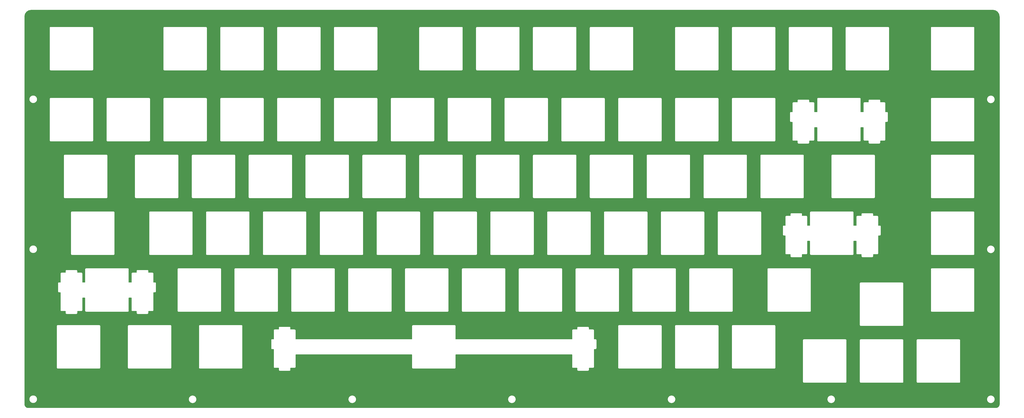
<source format=gbl>
G04 Layer: BottomLayer*
G04 EasyEDA Pro v2.1.51.8c9149c1.e57db4, 2024-03-19 08:48:05*
G04 Gerber Generator version 0.3*
G04 Scale: 100 percent, Rotated: No, Reflected: No*
G04 Dimensions in millimeters*
G04 Leading zeros omitted, absolute positions, 3 integers and 5 decimals*
%FSLAX35Y35*%
%MOMM*%
%ADD8191C,0.2032*%
G75*


G04 Copper Start*
G36*
G01X158227Y-13384869D02*
G02X44041Y-13270684I0J114186D01*
G01Y-261100D01*
G01Y-261099D01*
G02X258227Y-46914I214186J-0D01*
G01X32492899D01*
G02X32707085Y-261099I0J-214185D01*
G01Y-13270684D01*
G02X32592899Y-13384869I-114186J0D01*
G01X158227D01*
G37*
%LPC*%
G36*
G01X18555349Y-12116898D02*
G03X18591163Y-12152712I35814J0D01*
G01X18921285D01*
G01X18921286D01*
G03X18957100Y-12116898I0J35814D01*
G01Y-12054588D01*
G01X19093797D01*
G03X19129611Y-12018774I0J35814D01*
G01Y-11427541D01*
G01X19176203D01*
G03X19212017Y-11391727I0J35814D01*
G01Y-11111828D01*
G03X19176203Y-11076014I-35814J0D01*
G01X19129611D01*
G01Y-10788785D01*
G03X19093797Y-10752971I-35814J0D01*
G01X18957100D01*
G01Y-10696729D01*
G03X18921286Y-10660915I-35814J0D01*
G01X18921285D01*
G01X18591163D01*
G03X18555349Y-10696729I0J-35814D01*
G01Y-10752971D01*
G01X18418651D01*
G03X18382837Y-10788785I0J-35814D01*
G01Y-11076014D01*
G01X14491790D01*
G01Y-10641745D01*
G03X14455976Y-10605931I-35814J0D01*
G01X13055778D01*
G03X13019964Y-10641745I0J-35814D01*
G01Y-11076014D01*
G01X9128927D01*
G01Y-10788785D01*
G03X9093113Y-10752971I-35814J0D01*
G01X8956365D01*
G01Y-10696729D01*
G03X8920551Y-10660915I-35814J0D01*
G01X8590468D01*
G03X8554654Y-10696729I0J-35814D01*
G01Y-10752971D01*
G01X8417956D01*
G03X8382142Y-10788785I0J-35814D01*
G01Y-11076014D01*
G01X8335541D01*
G03X8299727Y-11111828I0J-35814D01*
G01Y-11391727D01*
G03X8335541Y-11427541I35814J0D01*
G01X8382142D01*
G01Y-12018774D01*
G03X8417956Y-12054588I35814J0D01*
G01X8554654D01*
G01Y-12116898D01*
G03X8590468Y-12152712I35814J0D01*
G01X8920551D01*
G03X8956365Y-12116898I0J35814D01*
G01Y-12054588D01*
G01X9093113D01*
G03X9128927Y-12018774I0J35814D01*
G01Y-11607664D01*
G01X13019964D01*
G01Y-12041790D01*
G03X13055778Y-12077604I35814J0D01*
G01X14455976D01*
G03X14491790Y-12041790I0J35814D01*
G01Y-11607664D01*
G01X18382837D01*
G01Y-12018774D01*
G03X18418651Y-12054588I35814J0D01*
G01X18555349D01*
G01Y-12116898D01*
G37*
G36*
G01X25938961Y-4496358D02*
G03X25974775Y-4532172I35814J0D01*
G01X26304898D01*
G03X26340712Y-4496358I0J35814D01*
G01Y-4434055D01*
G01X26477410D01*
G03X26513224Y-4398241I0J35814D01*
G01Y-3987124D01*
G01X26594207D01*
G01Y-4421243D01*
G03X26630021Y-4457057I35814J0D01*
G01X28030018D01*
G03X28065832Y-4421243I0J35814D01*
G01Y-3987124D01*
G01X28146815D01*
G01Y-4398241D01*
G03X28182629Y-4434055I35814J0D01*
G01X28319327D01*
G01Y-4496358D01*
G03X28355141Y-4532172I35814J0D01*
G01X28685063D01*
G03X28720877Y-4496358I0J35814D01*
G01Y-4434055D01*
G01X28857576D01*
G03X28893390Y-4398241I0J35814D01*
G01Y-3807022D01*
G01X28940181D01*
G03X28975995Y-3771208I0J35814D01*
G01Y-3491299D01*
G03X28940181Y-3455485I-35814J0D01*
G01X28893390D01*
G01Y-3168266D01*
G03X28857576Y-3132452I-35814J0D01*
G01X28720877D01*
G01Y-3076190D01*
G03X28685063Y-3040376I-35814J0D01*
G01X28355141D01*
G03X28319327Y-3076190I0J-35814D01*
G01Y-3132452D01*
G01X28182629D01*
G03X28146815Y-3168266I0J-35814D01*
G01Y-3455485D01*
G01X28065832D01*
G01Y-3021226D01*
G03X28030018Y-2985412I-35814J0D01*
G01X26630021D01*
G03X26594207Y-3021226I0J-35814D01*
G01Y-3455485D01*
G01X26513224D01*
G01Y-3168266D01*
G03X26477410Y-3132452I-35814J0D01*
G01X26340712D01*
G01Y-3076190D01*
G03X26304898Y-3040376I-35814J0D01*
G01X25974775D01*
G03X25938961Y-3076190I0J-35814D01*
G01Y-3132452D01*
G01X25802463D01*
G03X25766649Y-3168266I0J-35814D01*
G01Y-3455485D01*
G01X25719858D01*
G03X25684044Y-3491299I0J-35814D01*
G01Y-3771208D01*
G03X25719858Y-3807022I35814J0D01*
G01X25766649D01*
G01Y-4398241D01*
G03X25802463Y-4434055I35814J0D01*
G01X25938961D01*
G01Y-4496358D01*
G37*
G36*
G01X1410567Y-10211765D02*
G03X1446381Y-10247579I35814J0D01*
G01X1776305D01*
G03X1812119Y-10211765I0J35814D01*
G01Y-10149452D01*
G01X1948847D01*
G03X1984661Y-10113638I0J35814D01*
G01Y-9702531D01*
G01X2065594D01*
G01Y-10136660D01*
G03X2101408Y-10172474I35814J0D01*
G01X3501455D01*
G03X3537269Y-10136660I0J35814D01*
G01Y-9702531D01*
G01X3618202D01*
G01Y-10113638D01*
G03X3654016Y-10149452I35814J0D01*
G01X3790604D01*
G01Y-10211765D01*
G03X3826418Y-10247579I35814J0D01*
G01X4156481D01*
G03X4192295Y-10211765I0J35814D01*
G01Y-10149452D01*
G01X4329012D01*
G03X4364826Y-10113638I0J35814D01*
G01Y-9522409D01*
G01X4411568D01*
G03X4447382Y-9486595I0J35814D01*
G01Y-9206695D01*
G03X4411568Y-9170881I-35814J0D01*
G01X4364826D01*
G01Y-8883663D01*
G03X4329012Y-8847849I-35814J0D01*
G01X4192295D01*
G01Y-8791586D01*
G03X4156481Y-8755772I-35814J0D01*
G01X3826418D01*
G03X3790604Y-8791586I0J-35814D01*
G01Y-8847849D01*
G01X3654016D01*
G03X3618202Y-8883663I0J-35814D01*
G01Y-9170881D01*
G01X3537269D01*
G01Y-8736623D01*
G03X3501455Y-8700809I-35814J0D01*
G01X2101408D01*
G03X2065594Y-8736623I0J-35814D01*
G01Y-9170881D01*
G01X1984661D01*
G01Y-8883663D01*
G03X1948847Y-8847849I-35814J0D01*
G01X1812119D01*
G01Y-8791586D01*
G03X1776305Y-8755772I-35814J0D01*
G01X1446381D01*
G03X1410567Y-8791586I0J-35814D01*
G01Y-8847849D01*
G01X1273840D01*
G03X1238026Y-8883663I0J-35814D01*
G01Y-9170881D01*
G01X1191288D01*
G03X1155474Y-9206695I0J-35814D01*
G01Y-9486595D01*
G03X1191288Y-9522409I35814J0D01*
G01X1238026D01*
G01Y-10113638D01*
G03X1273840Y-10149452I35814J0D01*
G01X1410567D01*
G01Y-10211765D01*
G37*
G36*
G01X25700845Y-8306623D02*
G03X25736659Y-8342437I35814J0D01*
G01X26066582D01*
G03X26102396Y-8306623I0J35814D01*
G01Y-8244320D01*
G01X26239294D01*
G03X26275108Y-8208506I0J35814D01*
G01Y-7797389D01*
G01X26355890D01*
G01Y-8231508D01*
G03X26391704Y-8267322I35814J0D01*
G01X27791901D01*
G03X27827715Y-8231508I0J35814D01*
G01Y-7797389D01*
G01X27908498D01*
G01Y-8208506D01*
G03X27944312Y-8244320I35814J0D01*
G01X28081010D01*
G01Y-8306623D01*
G03X28116824Y-8342437I35814J0D01*
G01X28446947D01*
G03X28482761Y-8306623I0J35814D01*
G01Y-8244320D01*
G01X28619459D01*
G03X28655273Y-8208506I0J35814D01*
G01Y-7617287D01*
G01X28701865D01*
G03X28737679Y-7581473I0J35814D01*
G01Y-7301563D01*
G03X28701865Y-7265749I-35814J0D01*
G01X28655273D01*
G01Y-6978531D01*
G03X28619459Y-6942717I-35814J0D01*
G01X28482761D01*
G01Y-6886454D01*
G03X28446947Y-6850640I-35814J0D01*
G01X28116824D01*
G03X28081010Y-6886454I0J-35814D01*
G01Y-6942717D01*
G01X27944312D01*
G03X27908498Y-6978531I0J-35814D01*
G01Y-7265749D01*
G01X27827715D01*
G01Y-6831491D01*
G03X27791901Y-6795677I-35814J0D01*
G01X26391704D01*
G03X26355890Y-6831491I0J-35814D01*
G01Y-7265749D01*
G01X26275108D01*
G01Y-6978531D01*
G03X26239294Y-6942717I-35814J0D01*
G01X26102396D01*
G01Y-6886454D01*
G03X26066582Y-6850640I-35814J0D01*
G01X25736659D01*
G03X25700845Y-6886454I0J-35814D01*
G01Y-6942717D01*
G01X25564147D01*
G03X25528333Y-6978531I0J-35814D01*
G01Y-7265749D01*
G01X25481741D01*
G03X25445927Y-7301563I0J-35814D01*
G01Y-7581473D01*
G03X25481741Y-7617287I35814J0D01*
G01X25528333D01*
G01Y-8208506D01*
G03X25564147Y-8244320I35814J0D01*
G01X25700845D01*
G01Y-8306623D01*
G37*
G36*
G01X3494303Y-12041790D02*
G03X3530117Y-12077604I35814J0D01*
G01X4930294D01*
G03X4966108Y-12041790I0J35814D01*
G01Y-10641745D01*
G03X4930294Y-10605931I-35814J0D01*
G01X3530117D01*
G03X3494303Y-10641745I0J-35814D01*
G01Y-12041790D01*
G37*
G36*
G01X12305515Y-4421243D02*
G03X12341329Y-4457057I35814J0D01*
G01X13741526D01*
G03X13777340Y-4421243I0J35814D01*
G01Y-3021226D01*
G03X13741526Y-2985412I-35814J0D01*
G01X12341329D01*
G03X12305515Y-3021226I0J-35814D01*
G01Y-4421243D01*
G37*
G36*
G01X3025172Y-8267322D02*
G03X3060986Y-8231508I0J35814D01*
G01Y-6831491D01*
G03X3025172Y-6795677I-35814J0D01*
G01X1624988D01*
G03X1589174Y-6831491I0J-35814D01*
G01Y-8231508D01*
G03X1624988Y-8267322I35814J0D01*
G01X3025172D01*
G37*
G36*
G01X11836394Y-4457057D02*
G03X11872208Y-4421243I0J35814D01*
G01Y-3021226D01*
G03X11836394Y-2985412I-35814J0D01*
G01X10436227D01*
G03X10400413Y-3021226I0J-35814D01*
G01Y-4421243D01*
G03X10436227Y-4457057I35814J0D01*
G01X11836394D01*
G37*
G36*
G01X10400413Y-2039848D02*
G03X10436227Y-2075662I35814J0D01*
G01X11836394D01*
G03X11872208Y-2039848I0J35814D01*
G01Y-639851D01*
G03X11836394Y-604037I-35814J0D01*
G01X10436227D01*
G03X10400413Y-639851I0J-35814D01*
G01Y-2039848D01*
G37*
G36*
G01X26117874Y-12518072D02*
G03X26153688Y-12553886I35814J0D01*
G01X27553785D01*
G03X27589599Y-12518072I0J35814D01*
G01Y-11118028D01*
G03X27553785Y-11082214I-35814J0D01*
G01X26153688D01*
G03X26117874Y-11118028I0J-35814D01*
G01Y-12518072D01*
G37*
G36*
G01X28023006Y-12518072D02*
G03X28058820Y-12553886I35814J0D01*
G01X29458917D01*
G03X29494731Y-12518072I0J35814D01*
G01Y-11118028D01*
G03X29458917Y-11082214I-35814J0D01*
G01X28058820D01*
G03X28023006Y-11118028I0J-35814D01*
G01Y-12518072D01*
G37*
G36*
G01X29928138Y-12518072D02*
G03X29963952Y-12553886I35814J0D01*
G01X31364049D01*
G03X31399863Y-12518072I0J35814D01*
G01Y-11118028D01*
G03X31364049Y-11082214I-35814J0D01*
G01X29963952D01*
G03X29928138Y-11118028I0J-35814D01*
G01Y-12518072D01*
G37*
G36*
G01X12781948Y-10136660D02*
G03X12817762Y-10172474I35814J0D01*
G01X14217859D01*
G03X14253673Y-10136660I0J35814D01*
G01Y-8736623D01*
G03X14217859Y-8700809I-35814J0D01*
G01X12817762D01*
G03X12781948Y-8736623I0J-35814D01*
G01Y-10136660D01*
G37*
G36*
G01X22307609Y-10136660D02*
G03X22343423Y-10172474I35814J0D01*
G01X23743520D01*
G03X23779334Y-10136660I0J35814D01*
G01Y-8736623D01*
G03X23743520Y-8700809I-35814J0D01*
G01X22343423D01*
G03X22307609Y-8736623I0J-35814D01*
G01Y-10136660D01*
G37*
G36*
G01X16122991Y-10172474D02*
G03X16158805Y-10136660I0J35814D01*
G01Y-8736623D01*
G03X16122991Y-8700809I-35814J0D01*
G01X14722894D01*
G03X14687080Y-8736623I0J-35814D01*
G01Y-10136660D01*
G03X14722894Y-10172474I35814J0D01*
G01X16122991D01*
G37*
G36*
G01X18028124Y-10172474D02*
G03X18063938Y-10136660I0J35814D01*
G01Y-8736623D01*
G03X18028124Y-8700809I-35814J0D01*
G01X16628026D01*
G03X16592212Y-8736623I0J-35814D01*
G01Y-10136660D01*
G03X16628026Y-10172474I35814J0D01*
G01X18028124D01*
G37*
G36*
G01X18497345Y-10136660D02*
G03X18533159Y-10172474I35814J0D01*
G01X19933256D01*
G03X19969070Y-10136660I0J35814D01*
G01Y-8736623D01*
G03X19933256Y-8700809I-35814J0D01*
G01X18533159D01*
G03X18497345Y-8736623I0J-35814D01*
G01Y-10136660D01*
G37*
G36*
G01X21838388Y-10172474D02*
G03X21874202Y-10136660I0J35814D01*
G01Y-8736623D01*
G03X21838388Y-8700809I-35814J0D01*
G01X20438291D01*
G03X20402477Y-8736623I0J-35814D01*
G01Y-10136660D01*
G03X20438291Y-10172474I35814J0D01*
G01X21838388D01*
G37*
G36*
G01X10876816Y-10136660D02*
G03X10912630Y-10172474I35814J0D01*
G01X12312727D01*
G03X12348541Y-10136660I0J35814D01*
G01Y-8736623D01*
G03X12312727Y-8700809I-35814J0D01*
G01X10912630D01*
G03X10876816Y-8736623I0J-35814D01*
G01Y-10136660D01*
G37*
G36*
G01X29458917Y-10648757D02*
G03X29494731Y-10612943I0J35814D01*
G01Y-9212906D01*
G03X29458917Y-9177092I-35814J0D01*
G01X28058820D01*
G03X28023006Y-9212906I0J-35814D01*
G01Y-10612943D01*
G03X28058820Y-10648757I35814J0D01*
G01X29458917D01*
G37*
G36*
G01X27070440Y-6326375D02*
G03X27106254Y-6362189I35814J0D01*
G01X28506351D01*
G03X28542165Y-6326375I0J35814D01*
G01Y-4926358D01*
G03X28506351Y-4890544I-35814J0D01*
G01X27106254D01*
G03X27070440Y-4926358I0J-35814D01*
G01Y-6326375D01*
G37*
G36*
G01X24696086Y-8267322D02*
G03X24731900Y-8231508I0J35814D01*
G01Y-6831491D01*
G03X24696086Y-6795677I-35814J0D01*
G01X23295989D01*
G03X23260175Y-6831491I0J-35814D01*
G01Y-8231508D01*
G03X23295989Y-8267322I35814J0D01*
G01X24696086D01*
G37*
G36*
G01X19449911Y-8231508D02*
G03X19485725Y-8267322I35814J0D01*
G01X20885822D01*
G03X20921636Y-8231508I0J35814D01*
G01Y-6831491D01*
G03X20885822Y-6795677I-35814J0D01*
G01X19485725D01*
G03X19449911Y-6831491I0J-35814D01*
G01Y-8231508D01*
G37*
G36*
G01X11829382Y-8231508D02*
G03X11865196Y-8267322I35814J0D01*
G01X13265293D01*
G03X13301107Y-8231508I0J35814D01*
G01Y-6831491D01*
G03X13265293Y-6795677I-35814J0D01*
G01X11865196D01*
G03X11829382Y-6831491I0J-35814D01*
G01Y-8231508D01*
G37*
G36*
G01X21355043Y-8231508D02*
G03X21390857Y-8267322I35814J0D01*
G01X22790954D01*
G03X22826768Y-8231508I0J35814D01*
G01Y-6831491D01*
G03X22790954Y-6795677I-35814J0D01*
G01X21390857D01*
G03X21355043Y-6831491I0J-35814D01*
G01Y-8231508D01*
G37*
G36*
G01X17544778Y-8231508D02*
G03X17580592Y-8267322I35814J0D01*
G01X18980690D01*
G03X19016504Y-8231508I0J35814D01*
G01Y-6831491D01*
G03X18980690Y-6795677I-35814J0D01*
G01X17580592D01*
G03X17544778Y-6831491I0J-35814D01*
G01Y-8231508D01*
G37*
G36*
G01X15639646Y-8231508D02*
G03X15675460Y-8267322I35814J0D01*
G01X17075557D01*
G03X17111371Y-8231508I0J35814D01*
G01Y-6831491D01*
G03X17075557Y-6795677I-35814J0D01*
G01X15675460D01*
G03X15639646Y-6831491I0J-35814D01*
G01Y-8231508D01*
G37*
G36*
G01X13734514Y-8231508D02*
G03X13770328Y-8267322I35814J0D01*
G01X15170425D01*
G03X15206239Y-8231508I0J35814D01*
G01Y-6831491D01*
G03X15170425Y-6795677I-35814J0D01*
G01X13770328D01*
G03X13734514Y-6831491I0J-35814D01*
G01Y-8231508D01*
G37*
G36*
G01X9924269Y-8231508D02*
G03X9960083Y-8267322I35814J0D01*
G01X11360161D01*
G03X11395975Y-8231508I0J35814D01*
G01Y-6831491D01*
G03X11360161Y-6795677I-35814J0D01*
G01X9960083D01*
G03X9924269Y-6831491I0J-35814D01*
G01Y-8231508D01*
G37*
G36*
G01X2548889Y-12077604D02*
G03X2584703Y-12041790I0J35814D01*
G01Y-10641745D01*
G03X2548889Y-10605931I-35814J0D01*
G01X1148843D01*
G03X1113029Y-10641745I0J-35814D01*
G01Y-12041790D01*
G03X1148843Y-12077604I35814J0D01*
G01X2548889D01*
G37*
G36*
G01X5875868Y-12041790D02*
G03X5911682Y-12077604I35814J0D01*
G01X7311710D01*
G03X7347524Y-12041790I0J35814D01*
G01Y-10641745D01*
G03X7311710Y-10605931I-35814J0D01*
G01X5911682D01*
G03X5875868Y-10641745I0J-35814D01*
G01Y-12041790D01*
G37*
G36*
G01X874886Y-4421243D02*
G03X910700Y-4457057I35814J0D01*
G01X2310753D01*
G03X2346567Y-4421243I0J35814D01*
G01Y-3021226D01*
G03X2310753Y-2985412I-35814J0D01*
G01X910700D01*
G03X874886Y-3021226I0J-35814D01*
G01Y-4421243D01*
G37*
G36*
G01X1351170Y-6326375D02*
G03X1386984Y-6362189I35814J0D01*
G01X2787036D01*
G03X2822850Y-6326375I0J35814D01*
G01Y-4926358D01*
G03X2787036Y-4890544I-35814J0D01*
G01X1386984D01*
G03X1351170Y-4926358I0J-35814D01*
G01Y-6326375D01*
G37*
G36*
G01X7066571Y-10136660D02*
G03X7102385Y-10172474I35814J0D01*
G01X8502412D01*
G03X8538226Y-10136660I0J35814D01*
G01Y-8736623D01*
G03X8502412Y-8700809I-35814J0D01*
G01X7102385D01*
G03X7066571Y-8736623I0J-35814D01*
G01Y-10136660D01*
G37*
G36*
G01X5161439Y-10136660D02*
G03X5197253Y-10172474I35814J0D01*
G01X6597280D01*
G03X6633094Y-10136660I0J35814D01*
G01Y-8736623D01*
G03X6597280Y-8700809I-35814J0D01*
G01X5197253D01*
G03X5161439Y-8736623I0J-35814D01*
G01Y-10136660D01*
G37*
G36*
G01X8971703Y-10136660D02*
G03X9007517Y-10172474I35814J0D01*
G01X10407545D01*
G03X10443359Y-10136660I0J35814D01*
G01Y-8736623D01*
G03X10407545Y-8700809I-35814J0D01*
G01X9007517D01*
G03X8971703Y-8736623I0J-35814D01*
G01Y-10136660D01*
G37*
G36*
G01X874886Y-2039848D02*
G03X910700Y-2075662I35814J0D01*
G01X2310753D01*
G03X2346567Y-2039848I0J35814D01*
G01Y-639851D01*
G03X2310753Y-604037I-35814J0D01*
G01X910700D01*
G03X874886Y-639851I0J-35814D01*
G01Y-2039848D01*
G37*
G36*
G01X9931262Y-4457057D02*
G03X9967076Y-4421243I0J35814D01*
G01Y-3021226D01*
G03X9931262Y-2985412I-35814J0D01*
G01X8531234D01*
G03X8495420Y-3021226I0J-35814D01*
G01Y-4421243D01*
G03X8531234Y-4457057I35814J0D01*
G01X9931262D01*
G37*
G36*
G01X7542854Y-6326375D02*
G03X7578668Y-6362189I35814J0D01*
G01X8978695D01*
G03X9014509Y-6326375I0J35814D01*
G01Y-4926358D01*
G03X8978695Y-4890544I-35814J0D01*
G01X7578668D01*
G03X7542854Y-4926358I0J-35814D01*
G01Y-6326375D01*
G37*
G36*
G01X9447986Y-6326375D02*
G03X9483800Y-6362189I35814J0D01*
G01X10883828D01*
G03X10919642Y-6326375I0J35814D01*
G01Y-4926358D01*
G03X10883828Y-4890544I-35814J0D01*
G01X9483800D01*
G03X9447986Y-4926358I0J-35814D01*
G01Y-6326375D01*
G37*
G36*
G01X3732590Y-6326375D02*
G03X3768404Y-6362189I35814J0D01*
G01X5168431D01*
G03X5204245Y-6326375I0J35814D01*
G01Y-4926358D01*
G03X5168431Y-4890544I-35814J0D01*
G01X3768404D01*
G03X3732590Y-4926358I0J-35814D01*
G01Y-6326375D01*
G37*
G36*
G01X5637722Y-6326375D02*
G03X5673536Y-6362189I35814J0D01*
G01X7073563D01*
G03X7109377Y-6326375I0J35814D01*
G01Y-4926358D01*
G03X7073563Y-4890544I-35814J0D01*
G01X5673536D01*
G03X5637722Y-4926358I0J-35814D01*
G01Y-6326375D01*
G37*
G36*
G01X8026129Y-4457057D02*
G03X8061943Y-4421243I0J35814D01*
G01Y-3021226D01*
G03X8026129Y-2985412I-35814J0D01*
G01X6626102D01*
G03X6590288Y-3021226I0J-35814D01*
G01Y-4421243D01*
G03X6626102Y-4457057I35814J0D01*
G01X8026129D01*
G37*
G36*
G01X4685156Y-4421243D02*
G03X4720970Y-4457057I35814J0D01*
G01X6120997D01*
G03X6156811Y-4421243I0J35814D01*
G01Y-3021226D01*
G03X6120997Y-2985412I-35814J0D01*
G01X4720970D01*
G03X4685156Y-3021226I0J-35814D01*
G01Y-4421243D01*
G37*
G36*
G01X2780023Y-4421243D02*
G03X2815837Y-4457057I35814J0D01*
G01X4215865D01*
G03X4251679Y-4421243I0J35814D01*
G01Y-3021226D01*
G03X4215865Y-2985412I-35814J0D01*
G01X2815837D01*
G03X2780023Y-3021226I0J-35814D01*
G01Y-4421243D01*
G37*
G36*
G01X9454978Y-8267322D02*
G03X9490792Y-8231508I0J35814D01*
G01Y-6831491D01*
G03X9454978Y-6795677I-35814J0D01*
G01X8054951D01*
G03X8019137Y-6831491I0J-35814D01*
G01Y-8231508D01*
G03X8054951Y-8267322I35814J0D01*
G01X9454978D01*
G37*
G36*
G01X6114005Y-8231508D02*
G03X6149819Y-8267322I35814J0D01*
G01X7549846D01*
G03X7585660Y-8231508I0J35814D01*
G01Y-6831491D01*
G03X7549846Y-6795677I-35814J0D01*
G01X6149819D01*
G03X6114005Y-6831491I0J-35814D01*
G01Y-8231508D01*
G37*
G36*
G01X4208873Y-8231508D02*
G03X4244687Y-8267322I35814J0D01*
G01X5644714D01*
G03X5680528Y-8231508I0J35814D01*
G01Y-6831491D01*
G03X5644714Y-6795677I-35814J0D01*
G01X4244687D01*
G03X4208873Y-6831491I0J-35814D01*
G01Y-8231508D01*
G37*
G36*
G01X21362055Y-12077604D02*
G03X21397869Y-12041790I0J35814D01*
G01Y-10641745D01*
G03X21362055Y-10605931I-35814J0D01*
G01X19962058D01*
G03X19926244Y-10641745I0J-35814D01*
G01Y-12041790D01*
G03X19962058Y-12077604I35814J0D01*
G01X21362055D01*
G37*
G36*
G01X23267187Y-12077604D02*
G03X23303001Y-12041790I0J35814D01*
G01Y-10641745D01*
G03X23267187Y-10605931I-35814J0D01*
G01X21867190D01*
G03X21831376Y-10641745I0J-35814D01*
G01Y-12041790D01*
G03X21867190Y-12077604I35814J0D01*
G01X23267187D01*
G37*
G36*
G01X23736508Y-12041790D02*
G03X23772322Y-12077604I35814J0D01*
G01X25172319D01*
G03X25208133Y-12041790I0J35814D01*
G01Y-10641745D01*
G03X25172319Y-10605931I-35814J0D01*
G01X23772322D01*
G03X23736508Y-10641745I0J-35814D01*
G01Y-12041790D01*
G37*
G36*
G01X30404471Y-10136660D02*
G03X30440285Y-10172474I35814J0D01*
G01X31840283D01*
G03X31876097Y-10136660I0J35814D01*
G01Y-8736623D01*
G03X31840283Y-8700809I-35814J0D01*
G01X30440285D01*
G03X30404471Y-8736623I0J-35814D01*
G01Y-10136660D01*
G37*
G36*
G01X24927191Y-10136660D02*
G03X24963005Y-10172474I35814J0D01*
G01X26363002D01*
G03X26398816Y-10136660I0J35814D01*
G01Y-8736623D01*
G03X26363002Y-8700809I-35814J0D01*
G01X24963005D01*
G03X24927191Y-8736623I0J-35814D01*
G01Y-10136660D01*
G37*
G36*
G01X8495420Y-2039848D02*
G03X8531234Y-2075662I35814J0D01*
G01X9931262D01*
G03X9967076Y-2039848I0J35814D01*
G01Y-639851D01*
G03X9931262Y-604037I-35814J0D01*
G01X8531234D01*
G03X8495420Y-639851I0J-35814D01*
G01Y-2039848D01*
G37*
G36*
G01X6590288Y-2039848D02*
G03X6626102Y-2075662I35814J0D01*
G01X8026129D01*
G03X8061943Y-2039848I0J35814D01*
G01Y-639851D01*
G03X8026129Y-604037I-35814J0D01*
G01X6626102D01*
G03X6590288Y-639851I0J-35814D01*
G01Y-2039848D01*
G37*
G36*
G01X4685156Y-2039848D02*
G03X4720970Y-2075662I35814J0D01*
G01X6120997D01*
G03X6156811Y-2039848I0J35814D01*
G01Y-639851D01*
G03X6120997Y-604037I-35814J0D01*
G01X4720970D01*
G03X4685156Y-639851I0J-35814D01*
G01Y-2039848D01*
G37*
G36*
G01X30404471Y-6326375D02*
G03X30440285Y-6362189I35814J0D01*
G01X31840283D01*
G03X31876097Y-6326375I0J35814D01*
G01Y-4926358D01*
G03X31840283Y-4890544I-35814J0D01*
G01X30440285D01*
G03X30404471Y-4926358I0J-35814D01*
G01Y-6326375D01*
G37*
G36*
G01X11353149Y-6326375D02*
G03X11388963Y-6362189I35814J0D01*
G01X12788960D01*
G03X12824774Y-6326375I0J35814D01*
G01Y-4926358D01*
G03X12788960Y-4890544I-35814J0D01*
G01X11388963D01*
G03X11353149Y-4926358I0J-35814D01*
G01Y-6326375D01*
G37*
G36*
G01X24689075Y-6326375D02*
G03X24724889Y-6362189I35814J0D01*
G01X26124886D01*
G03X26160700Y-6326375I0J35814D01*
G01Y-4926358D01*
G03X26124886Y-4890544I-35814J0D01*
G01X24724889D01*
G03X24689075Y-4926358I0J-35814D01*
G01Y-6326375D01*
G37*
G36*
G01X30404471Y-4421243D02*
G03X30440285Y-4457057I35814J0D01*
G01X31840283D01*
G03X31876097Y-4421243I0J35814D01*
G01Y-3021226D01*
G03X31840283Y-2985412I-35814J0D01*
G01X30440285D01*
G03X30404471Y-3021226I0J-35814D01*
G01Y-4421243D01*
G37*
G36*
G01X20878810Y-6326375D02*
G03X20914624Y-6362189I35814J0D01*
G01X22314621D01*
G03X22350435Y-6326375I0J35814D01*
G01Y-4926358D01*
G03X22314621Y-4890544I-35814J0D01*
G01X20914624D01*
G03X20878810Y-4926358I0J-35814D01*
G01Y-6326375D01*
G37*
G36*
G01X15163413Y-6326375D02*
G03X15199227Y-6362189I35814J0D01*
G01X16599224D01*
G03X16635038Y-6326375I0J35814D01*
G01Y-4926358D01*
G03X16599224Y-4890544I-35814J0D01*
G01X15199227D01*
G03X15163413Y-4926358I0J-35814D01*
G01Y-6326375D01*
G37*
G36*
G01X13258281Y-6326375D02*
G03X13294095Y-6362189I35814J0D01*
G01X14694092D01*
G03X14729906Y-6326375I0J35814D01*
G01Y-4926358D01*
G03X14694092Y-4890544I-35814J0D01*
G01X13294095D01*
G03X13258281Y-4926358I0J-35814D01*
G01Y-6326375D01*
G37*
G36*
G01X17068545Y-6326375D02*
G03X17104359Y-6362189I35814J0D01*
G01X18504357D01*
G03X18540171Y-6326375I0J35814D01*
G01Y-4926358D01*
G03X18504357Y-4890544I-35814J0D01*
G01X17104359D01*
G03X17068545Y-4926358I0J-35814D01*
G01Y-6326375D01*
G37*
G36*
G01X19926244Y-4421243D02*
G03X19962058Y-4457057I35814J0D01*
G01X21362055D01*
G03X21397869Y-4421243I0J35814D01*
G01Y-3021226D01*
G03X21362055Y-2985412I-35814J0D01*
G01X19962058D01*
G03X19926244Y-3021226I0J-35814D01*
G01Y-4421243D01*
G37*
G36*
G01X16115979Y-4421243D02*
G03X16151793Y-4457057I35814J0D01*
G01X17551790D01*
G03X17587604Y-4421243I0J35814D01*
G01Y-3021226D01*
G03X17551790Y-2985412I-35814J0D01*
G01X16151793D01*
G03X16115979Y-3021226I0J-35814D01*
G01Y-4421243D01*
G37*
G36*
G01X14210847Y-4421243D02*
G03X14246661Y-4457057I35814J0D01*
G01X15646658D01*
G03X15682472Y-4421243I0J35814D01*
G01Y-3021226D01*
G03X15646658Y-2985412I-35814J0D01*
G01X14246661D01*
G03X14210847Y-3021226I0J-35814D01*
G01Y-4421243D01*
G37*
G36*
G01X21831376Y-4421243D02*
G03X21867190Y-4457057I35814J0D01*
G01X23267187D01*
G03X23303001Y-4421243I0J35814D01*
G01Y-3021226D01*
G03X23267187Y-2985412I-35814J0D01*
G01X21867190D01*
G03X21831376Y-3021226I0J-35814D01*
G01Y-4421243D01*
G37*
G36*
G01X18973678Y-6326375D02*
G03X19009492Y-6362189I35814J0D01*
G01X20409489D01*
G03X20445303Y-6326375I0J35814D01*
G01Y-4926358D01*
G03X20409489Y-4890544I-35814J0D01*
G01X19009492D01*
G03X18973678Y-4926358I0J-35814D01*
G01Y-6326375D01*
G37*
G36*
G01X22783942Y-6326375D02*
G03X22819756Y-6362189I35814J0D01*
G01X24219753D01*
G03X24255567Y-6326375I0J35814D01*
G01Y-4926358D01*
G03X24219753Y-4890544I-35814J0D01*
G01X22819756D01*
G03X22783942Y-4926358I0J-35814D01*
G01Y-6326375D01*
G37*
G36*
G01X18021112Y-4421243D02*
G03X18056926Y-4457057I35814J0D01*
G01X19456923D01*
G03X19492737Y-4421243I0J35814D01*
G01Y-3021226D01*
G03X19456923Y-2985412I-35814J0D01*
G01X18056926D01*
G03X18021112Y-3021226I0J-35814D01*
G01Y-4421243D01*
G37*
G36*
G01X23736508Y-4421243D02*
G03X23772322Y-4457057I35814J0D01*
G01X25172319D01*
G03X25208133Y-4421243I0J35814D01*
G01Y-3021226D01*
G03X25172319Y-2985412I-35814J0D01*
G01X23772322D01*
G03X23736508Y-3021226I0J-35814D01*
G01Y-4421243D01*
G37*
G36*
G01X30404471Y-8231508D02*
G03X30440285Y-8267322I35814J0D01*
G01X31840283D01*
G03X31876097Y-8231508I0J35814D01*
G01Y-6831491D01*
G03X31840283Y-6795677I-35814J0D01*
G01X30440285D01*
G03X30404471Y-6831491I0J-35814D01*
G01Y-8231508D01*
G37*
G36*
G01X30404471Y-2039848D02*
G03X30440285Y-2075662I35814J0D01*
G01X31840283D01*
G03X31876097Y-2039848I0J35814D01*
G01Y-639851D01*
G03X31840283Y-604037I-35814J0D01*
G01X30440285D01*
G03X30404471Y-639851I0J-35814D01*
G01Y-2039848D01*
G37*
G36*
G01X27077452Y-2075662D02*
G03X27113266Y-2039848I0J35814D01*
G01Y-639851D01*
G03X27077452Y-604037I-35814J0D01*
G01X25677455D01*
G03X25641641Y-639851I0J-35814D01*
G01Y-2039848D01*
G03X25677455Y-2075662I35814J0D01*
G01X27077452D01*
G37*
G36*
G01X27546773Y-2039848D02*
G03X27582587Y-2075662I35814J0D01*
G01X28982584D01*
G03X29018398Y-2039848I0J35814D01*
G01Y-639851D01*
G03X28982584Y-604037I-35814J0D01*
G01X27582587D01*
G03X27546773Y-639851I0J-35814D01*
G01Y-2039848D01*
G37*
G36*
G01X17068545Y-2039848D02*
G03X17104359Y-2075662I35814J0D01*
G01X18504357D01*
G03X18540171Y-2039848I0J35814D01*
G01Y-639851D01*
G03X18504357Y-604037I-35814J0D01*
G01X17104359D01*
G03X17068545Y-639851I0J-35814D01*
G01Y-2039848D01*
G37*
G36*
G01X13258281Y-2039848D02*
G03X13294095Y-2075662I35814J0D01*
G01X14694092D01*
G03X14729906Y-2039848I0J35814D01*
G01Y-639851D01*
G03X14694092Y-604037I-35814J0D01*
G01X13294095D01*
G03X13258281Y-639851I0J-35814D01*
G01Y-2039848D01*
G37*
G36*
G01X21831376Y-2039848D02*
G03X21867190Y-2075662I35814J0D01*
G01X23267187D01*
G03X23303001Y-2039848I0J35814D01*
G01Y-639851D01*
G03X23267187Y-604037I-35814J0D01*
G01X21867190D01*
G03X21831376Y-639851I0J-35814D01*
G01Y-2039848D01*
G37*
G36*
G01X15163413Y-2039848D02*
G03X15199227Y-2075662I35814J0D01*
G01X16599224D01*
G03X16635038Y-2039848I0J35814D01*
G01Y-639851D01*
G03X16599224Y-604037I-35814J0D01*
G01X15199227D01*
G03X15163413Y-639851I0J-35814D01*
G01Y-2039848D01*
G37*
G36*
G01X18973678Y-2039848D02*
G03X19009492Y-2075662I35814J0D01*
G01X20409489D01*
G03X20445303Y-2039848I0J35814D01*
G01Y-639851D01*
G03X20409489Y-604037I-35814J0D01*
G01X19009492D01*
G03X18973678Y-639851I0J-35814D01*
G01Y-2039848D01*
G37*
G36*
G01X23736508Y-2039848D02*
G03X23772322Y-2075662I35814J0D01*
G01X25172319D01*
G03X25208133Y-2039848I0J35814D01*
G01Y-639851D01*
G03X25172319Y-604037I-35814J0D01*
G01X23772322D01*
G03X23736508Y-639851I0J-35814D01*
G01Y-2039848D01*
G37*
G36*
G01X194380Y-3038737D02*
G03X330194Y-3174551I135814J0D01*
G03X466008Y-3038737I0J135814D01*
G03X330194Y-2902923I-135814J0D01*
G03X194380Y-3038737I0J-135814D01*
G37*
G36*
G01X5535172Y-13101708D02*
G03X5670986Y-13237522I135814J0D01*
G03X5806800Y-13101708I0J135814D01*
G03X5670986Y-12965894I-135814J0D01*
G03X5535172Y-13101708I0J-135814D01*
G37*
G36*
G01X194380Y-13098717D02*
G03X330194Y-13234531I135814J0D01*
G03X466008Y-13098717I0J135814D01*
G03X330194Y-12962903I-135814J0D01*
G03X194380Y-13098717I0J-135814D01*
G37*
G36*
G01X330194Y-8204541D02*
G03X466008Y-8068727I0J135814D01*
G03X330194Y-7932913I-135814J0D01*
G03X194380Y-8068727I0J-135814D01*
G03X330194Y-8204541I135814J0D01*
G37*
G36*
G01X32420932Y-3177542D02*
G03X32556746Y-3041728I0J135814D01*
G03X32420932Y-2905914I-135814J0D01*
G03X32285119Y-3041728I0J-135814D01*
G03X32420932Y-3177542I135814J0D01*
G37*
G36*
G01X11020975Y-13237522D02*
G03X11156789Y-13101708I0J135814D01*
G03X11020975Y-12965894I-135814J0D01*
G03X10885161Y-13101708I0J-135814D01*
G03X11020975Y-13237522I135814J0D01*
G37*
G36*
G01X32420932Y-8207532D02*
G03X32556746Y-8071718I0J135814D01*
G03X32420932Y-7935904I-135814J0D01*
G03X32285119Y-8071718I0J-135814D01*
G03X32420932Y-8207532I135814J0D01*
G37*
G36*
G01X16370964Y-13237522D02*
G03X16506778Y-13101708I0J135814D01*
G03X16370964Y-12965894I-135814J0D01*
G03X16235151Y-13101708I0J-135814D01*
G03X16370964Y-13237522I135814J0D01*
G37*
G36*
G01X21720954Y-13237522D02*
G03X21856768Y-13101708I0J135814D01*
G03X21720954Y-12965894I-135814J0D01*
G03X21585140Y-13101708I0J-135814D01*
G03X21720954Y-13237522I135814J0D01*
G37*
G36*
G01X27070943Y-13237522D02*
G03X27206757Y-13101708I0J135814D01*
G03X27070943Y-12965894I-135814J0D01*
G03X26935129Y-13101708I0J-135814D01*
G03X27070943Y-13237522I135814J0D01*
G37*
G36*
G01X32420932Y-13237522D02*
G03X32556746Y-13101708I0J135814D01*
G03X32420932Y-12965894I-135814J0D01*
G03X32285119Y-13101708I0J-135814D01*
G03X32420932Y-13237522I135814J0D01*
G37*
%LPD*%
G54D8191*
G01X158227Y-13384869D02*
G02X44041Y-13270684I0J114186D01*
G01Y-261100D01*
G01Y-261099D01*
G02X258227Y-46914I214186J-0D01*
G01X32492899D01*
G02X32707085Y-261099I0J-214185D01*
G01Y-13270684D01*
G02X32592899Y-13384869I-114186J0D01*
G01X158227D01*
G01X18555349Y-12116898D02*
G03X18591163Y-12152712I35814J0D01*
G01X18921285D01*
G01X18921286D01*
G03X18957100Y-12116898I0J35814D01*
G01Y-12054588D01*
G01X19093797D01*
G03X19129611Y-12018774I0J35814D01*
G01Y-11427541D01*
G01X19176203D01*
G03X19212017Y-11391727I0J35814D01*
G01Y-11111828D01*
G03X19176203Y-11076014I-35814J0D01*
G01X19129611D01*
G01Y-10788785D01*
G03X19093797Y-10752971I-35814J0D01*
G01X18957100D01*
G01Y-10696729D01*
G03X18921286Y-10660915I-35814J0D01*
G01X18921285D01*
G01X18591163D01*
G03X18555349Y-10696729I0J-35814D01*
G01Y-10752971D01*
G01X18418651D01*
G03X18382837Y-10788785I0J-35814D01*
G01Y-11076014D01*
G01X14491790D01*
G01Y-10641745D01*
G03X14455976Y-10605931I-35814J0D01*
G01X13055778D01*
G03X13019964Y-10641745I0J-35814D01*
G01Y-11076014D01*
G01X9128927D01*
G01Y-10788785D01*
G03X9093113Y-10752971I-35814J0D01*
G01X8956365D01*
G01Y-10696729D01*
G03X8920551Y-10660915I-35814J0D01*
G01X8590468D01*
G03X8554654Y-10696729I0J-35814D01*
G01Y-10752971D01*
G01X8417956D01*
G03X8382142Y-10788785I0J-35814D01*
G01Y-11076014D01*
G01X8335541D01*
G03X8299727Y-11111828I0J-35814D01*
G01Y-11391727D01*
G03X8335541Y-11427541I35814J0D01*
G01X8382142D01*
G01Y-12018774D01*
G03X8417956Y-12054588I35814J0D01*
G01X8554654D01*
G01Y-12116898D01*
G03X8590468Y-12152712I35814J0D01*
G01X8920551D01*
G03X8956365Y-12116898I0J35814D01*
G01Y-12054588D01*
G01X9093113D01*
G03X9128927Y-12018774I0J35814D01*
G01Y-11607664D01*
G01X13019964D01*
G01Y-12041790D01*
G03X13055778Y-12077604I35814J0D01*
G01X14455976D01*
G03X14491790Y-12041790I0J35814D01*
G01Y-11607664D01*
G01X18382837D01*
G01Y-12018774D01*
G03X18418651Y-12054588I35814J0D01*
G01X18555349D01*
G01Y-12116898D01*
G01X25938961Y-4496358D02*
G03X25974775Y-4532172I35814J0D01*
G01X26304898D01*
G03X26340712Y-4496358I0J35814D01*
G01Y-4434055D01*
G01X26477410D01*
G03X26513224Y-4398241I0J35814D01*
G01Y-3987124D01*
G01X26594207D01*
G01Y-4421243D01*
G03X26630021Y-4457057I35814J0D01*
G01X28030018D01*
G03X28065832Y-4421243I0J35814D01*
G01Y-3987124D01*
G01X28146815D01*
G01Y-4398241D01*
G03X28182629Y-4434055I35814J0D01*
G01X28319327D01*
G01Y-4496358D01*
G03X28355141Y-4532172I35814J0D01*
G01X28685063D01*
G03X28720877Y-4496358I0J35814D01*
G01Y-4434055D01*
G01X28857576D01*
G03X28893390Y-4398241I0J35814D01*
G01Y-3807022D01*
G01X28940181D01*
G03X28975995Y-3771208I0J35814D01*
G01Y-3491299D01*
G03X28940181Y-3455485I-35814J0D01*
G01X28893390D01*
G01Y-3168266D01*
G03X28857576Y-3132452I-35814J0D01*
G01X28720877D01*
G01Y-3076190D01*
G03X28685063Y-3040376I-35814J0D01*
G01X28355141D01*
G03X28319327Y-3076190I0J-35814D01*
G01Y-3132452D01*
G01X28182629D01*
G03X28146815Y-3168266I0J-35814D01*
G01Y-3455485D01*
G01X28065832D01*
G01Y-3021226D01*
G03X28030018Y-2985412I-35814J0D01*
G01X26630021D01*
G03X26594207Y-3021226I0J-35814D01*
G01Y-3455485D01*
G01X26513224D01*
G01Y-3168266D01*
G03X26477410Y-3132452I-35814J0D01*
G01X26340712D01*
G01Y-3076190D01*
G03X26304898Y-3040376I-35814J0D01*
G01X25974775D01*
G03X25938961Y-3076190I0J-35814D01*
G01Y-3132452D01*
G01X25802463D01*
G03X25766649Y-3168266I0J-35814D01*
G01Y-3455485D01*
G01X25719858D01*
G03X25684044Y-3491299I0J-35814D01*
G01Y-3771208D01*
G03X25719858Y-3807022I35814J0D01*
G01X25766649D01*
G01Y-4398241D01*
G03X25802463Y-4434055I35814J0D01*
G01X25938961D01*
G01Y-4496358D01*
G01X1410567Y-10211765D02*
G03X1446381Y-10247579I35814J0D01*
G01X1776305D01*
G03X1812119Y-10211765I0J35814D01*
G01Y-10149452D01*
G01X1948847D01*
G03X1984661Y-10113638I0J35814D01*
G01Y-9702531D01*
G01X2065594D01*
G01Y-10136660D01*
G03X2101408Y-10172474I35814J0D01*
G01X3501455D01*
G03X3537269Y-10136660I0J35814D01*
G01Y-9702531D01*
G01X3618202D01*
G01Y-10113638D01*
G03X3654016Y-10149452I35814J0D01*
G01X3790604D01*
G01Y-10211765D01*
G03X3826418Y-10247579I35814J0D01*
G01X4156481D01*
G03X4192295Y-10211765I0J35814D01*
G01Y-10149452D01*
G01X4329012D01*
G03X4364826Y-10113638I0J35814D01*
G01Y-9522409D01*
G01X4411568D01*
G03X4447382Y-9486595I0J35814D01*
G01Y-9206695D01*
G03X4411568Y-9170881I-35814J0D01*
G01X4364826D01*
G01Y-8883663D01*
G03X4329012Y-8847849I-35814J0D01*
G01X4192295D01*
G01Y-8791586D01*
G03X4156481Y-8755772I-35814J0D01*
G01X3826418D01*
G03X3790604Y-8791586I0J-35814D01*
G01Y-8847849D01*
G01X3654016D01*
G03X3618202Y-8883663I0J-35814D01*
G01Y-9170881D01*
G01X3537269D01*
G01Y-8736623D01*
G03X3501455Y-8700809I-35814J0D01*
G01X2101408D01*
G03X2065594Y-8736623I0J-35814D01*
G01Y-9170881D01*
G01X1984661D01*
G01Y-8883663D01*
G03X1948847Y-8847849I-35814J0D01*
G01X1812119D01*
G01Y-8791586D01*
G03X1776305Y-8755772I-35814J0D01*
G01X1446381D01*
G03X1410567Y-8791586I0J-35814D01*
G01Y-8847849D01*
G01X1273840D01*
G03X1238026Y-8883663I0J-35814D01*
G01Y-9170881D01*
G01X1191288D01*
G03X1155474Y-9206695I0J-35814D01*
G01Y-9486595D01*
G03X1191288Y-9522409I35814J0D01*
G01X1238026D01*
G01Y-10113638D01*
G03X1273840Y-10149452I35814J0D01*
G01X1410567D01*
G01Y-10211765D01*
G01X25700845Y-8306623D02*
G03X25736659Y-8342437I35814J0D01*
G01X26066582D01*
G03X26102396Y-8306623I0J35814D01*
G01Y-8244320D01*
G01X26239294D01*
G03X26275108Y-8208506I0J35814D01*
G01Y-7797389D01*
G01X26355890D01*
G01Y-8231508D01*
G03X26391704Y-8267322I35814J0D01*
G01X27791901D01*
G03X27827715Y-8231508I0J35814D01*
G01Y-7797389D01*
G01X27908498D01*
G01Y-8208506D01*
G03X27944312Y-8244320I35814J0D01*
G01X28081010D01*
G01Y-8306623D01*
G03X28116824Y-8342437I35814J0D01*
G01X28446947D01*
G03X28482761Y-8306623I0J35814D01*
G01Y-8244320D01*
G01X28619459D01*
G03X28655273Y-8208506I0J35814D01*
G01Y-7617287D01*
G01X28701865D01*
G03X28737679Y-7581473I0J35814D01*
G01Y-7301563D01*
G03X28701865Y-7265749I-35814J0D01*
G01X28655273D01*
G01Y-6978531D01*
G03X28619459Y-6942717I-35814J0D01*
G01X28482761D01*
G01Y-6886454D01*
G03X28446947Y-6850640I-35814J0D01*
G01X28116824D01*
G03X28081010Y-6886454I0J-35814D01*
G01Y-6942717D01*
G01X27944312D01*
G03X27908498Y-6978531I0J-35814D01*
G01Y-7265749D01*
G01X27827715D01*
G01Y-6831491D01*
G03X27791901Y-6795677I-35814J0D01*
G01X26391704D01*
G03X26355890Y-6831491I0J-35814D01*
G01Y-7265749D01*
G01X26275108D01*
G01Y-6978531D01*
G03X26239294Y-6942717I-35814J0D01*
G01X26102396D01*
G01Y-6886454D01*
G03X26066582Y-6850640I-35814J0D01*
G01X25736659D01*
G03X25700845Y-6886454I0J-35814D01*
G01Y-6942717D01*
G01X25564147D01*
G03X25528333Y-6978531I0J-35814D01*
G01Y-7265749D01*
G01X25481741D01*
G03X25445927Y-7301563I0J-35814D01*
G01Y-7581473D01*
G03X25481741Y-7617287I35814J0D01*
G01X25528333D01*
G01Y-8208506D01*
G03X25564147Y-8244320I35814J0D01*
G01X25700845D01*
G01Y-8306623D01*
G01X3494303Y-12041790D02*
G03X3530117Y-12077604I35814J0D01*
G01X4930294D01*
G03X4966108Y-12041790I0J35814D01*
G01Y-10641745D01*
G03X4930294Y-10605931I-35814J0D01*
G01X3530117D01*
G03X3494303Y-10641745I0J-35814D01*
G01Y-12041790D01*
G01X12305515Y-4421243D02*
G03X12341329Y-4457057I35814J0D01*
G01X13741526D01*
G03X13777340Y-4421243I0J35814D01*
G01Y-3021226D01*
G03X13741526Y-2985412I-35814J0D01*
G01X12341329D01*
G03X12305515Y-3021226I0J-35814D01*
G01Y-4421243D01*
G01X3025172Y-8267322D02*
G03X3060986Y-8231508I0J35814D01*
G01Y-6831491D01*
G03X3025172Y-6795677I-35814J0D01*
G01X1624988D01*
G03X1589174Y-6831491I0J-35814D01*
G01Y-8231508D01*
G03X1624988Y-8267322I35814J0D01*
G01X3025172D01*
G01X11836394Y-4457057D02*
G03X11872208Y-4421243I0J35814D01*
G01Y-3021226D01*
G03X11836394Y-2985412I-35814J0D01*
G01X10436227D01*
G03X10400413Y-3021226I0J-35814D01*
G01Y-4421243D01*
G03X10436227Y-4457057I35814J0D01*
G01X11836394D01*
G01X10400413Y-2039848D02*
G03X10436227Y-2075662I35814J0D01*
G01X11836394D01*
G03X11872208Y-2039848I0J35814D01*
G01Y-639851D01*
G03X11836394Y-604037I-35814J0D01*
G01X10436227D01*
G03X10400413Y-639851I0J-35814D01*
G01Y-2039848D01*
G01X26117874Y-12518072D02*
G03X26153688Y-12553886I35814J0D01*
G01X27553785D01*
G03X27589599Y-12518072I0J35814D01*
G01Y-11118028D01*
G03X27553785Y-11082214I-35814J0D01*
G01X26153688D01*
G03X26117874Y-11118028I0J-35814D01*
G01Y-12518072D01*
G01X28023006Y-12518072D02*
G03X28058820Y-12553886I35814J0D01*
G01X29458917D01*
G03X29494731Y-12518072I0J35814D01*
G01Y-11118028D01*
G03X29458917Y-11082214I-35814J0D01*
G01X28058820D01*
G03X28023006Y-11118028I0J-35814D01*
G01Y-12518072D01*
G01X29928138Y-12518072D02*
G03X29963952Y-12553886I35814J0D01*
G01X31364049D01*
G03X31399863Y-12518072I0J35814D01*
G01Y-11118028D01*
G03X31364049Y-11082214I-35814J0D01*
G01X29963952D01*
G03X29928138Y-11118028I0J-35814D01*
G01Y-12518072D01*
G01X12781948Y-10136660D02*
G03X12817762Y-10172474I35814J0D01*
G01X14217859D01*
G03X14253673Y-10136660I0J35814D01*
G01Y-8736623D01*
G03X14217859Y-8700809I-35814J0D01*
G01X12817762D01*
G03X12781948Y-8736623I0J-35814D01*
G01Y-10136660D01*
G01X22307609Y-10136660D02*
G03X22343423Y-10172474I35814J0D01*
G01X23743520D01*
G03X23779334Y-10136660I0J35814D01*
G01Y-8736623D01*
G03X23743520Y-8700809I-35814J0D01*
G01X22343423D01*
G03X22307609Y-8736623I0J-35814D01*
G01Y-10136660D01*
G01X16122991Y-10172474D02*
G03X16158805Y-10136660I0J35814D01*
G01Y-8736623D01*
G03X16122991Y-8700809I-35814J0D01*
G01X14722894D01*
G03X14687080Y-8736623I0J-35814D01*
G01Y-10136660D01*
G03X14722894Y-10172474I35814J0D01*
G01X16122991D01*
G01X18028124Y-10172474D02*
G03X18063938Y-10136660I0J35814D01*
G01Y-8736623D01*
G03X18028124Y-8700809I-35814J0D01*
G01X16628026D01*
G03X16592212Y-8736623I0J-35814D01*
G01Y-10136660D01*
G03X16628026Y-10172474I35814J0D01*
G01X18028124D01*
G01X18497345Y-10136660D02*
G03X18533159Y-10172474I35814J0D01*
G01X19933256D01*
G03X19969070Y-10136660I0J35814D01*
G01Y-8736623D01*
G03X19933256Y-8700809I-35814J0D01*
G01X18533159D01*
G03X18497345Y-8736623I0J-35814D01*
G01Y-10136660D01*
G01X21838388Y-10172474D02*
G03X21874202Y-10136660I0J35814D01*
G01Y-8736623D01*
G03X21838388Y-8700809I-35814J0D01*
G01X20438291D01*
G03X20402477Y-8736623I0J-35814D01*
G01Y-10136660D01*
G03X20438291Y-10172474I35814J0D01*
G01X21838388D01*
G01X10876816Y-10136660D02*
G03X10912630Y-10172474I35814J0D01*
G01X12312727D01*
G03X12348541Y-10136660I0J35814D01*
G01Y-8736623D01*
G03X12312727Y-8700809I-35814J0D01*
G01X10912630D01*
G03X10876816Y-8736623I0J-35814D01*
G01Y-10136660D01*
G01X29458917Y-10648757D02*
G03X29494731Y-10612943I0J35814D01*
G01Y-9212906D01*
G03X29458917Y-9177092I-35814J0D01*
G01X28058820D01*
G03X28023006Y-9212906I0J-35814D01*
G01Y-10612943D01*
G03X28058820Y-10648757I35814J0D01*
G01X29458917D01*
G01X27070440Y-6326375D02*
G03X27106254Y-6362189I35814J0D01*
G01X28506351D01*
G03X28542165Y-6326375I0J35814D01*
G01Y-4926358D01*
G03X28506351Y-4890544I-35814J0D01*
G01X27106254D01*
G03X27070440Y-4926358I0J-35814D01*
G01Y-6326375D01*
G01X24696086Y-8267322D02*
G03X24731900Y-8231508I0J35814D01*
G01Y-6831491D01*
G03X24696086Y-6795677I-35814J0D01*
G01X23295989D01*
G03X23260175Y-6831491I0J-35814D01*
G01Y-8231508D01*
G03X23295989Y-8267322I35814J0D01*
G01X24696086D01*
G01X19449911Y-8231508D02*
G03X19485725Y-8267322I35814J0D01*
G01X20885822D01*
G03X20921636Y-8231508I0J35814D01*
G01Y-6831491D01*
G03X20885822Y-6795677I-35814J0D01*
G01X19485725D01*
G03X19449911Y-6831491I0J-35814D01*
G01Y-8231508D01*
G01X11829382Y-8231508D02*
G03X11865196Y-8267322I35814J0D01*
G01X13265293D01*
G03X13301107Y-8231508I0J35814D01*
G01Y-6831491D01*
G03X13265293Y-6795677I-35814J0D01*
G01X11865196D01*
G03X11829382Y-6831491I0J-35814D01*
G01Y-8231508D01*
G01X21355043Y-8231508D02*
G03X21390857Y-8267322I35814J0D01*
G01X22790954D01*
G03X22826768Y-8231508I0J35814D01*
G01Y-6831491D01*
G03X22790954Y-6795677I-35814J0D01*
G01X21390857D01*
G03X21355043Y-6831491I0J-35814D01*
G01Y-8231508D01*
G01X17544778Y-8231508D02*
G03X17580592Y-8267322I35814J0D01*
G01X18980690D01*
G03X19016504Y-8231508I0J35814D01*
G01Y-6831491D01*
G03X18980690Y-6795677I-35814J0D01*
G01X17580592D01*
G03X17544778Y-6831491I0J-35814D01*
G01Y-8231508D01*
G01X15639646Y-8231508D02*
G03X15675460Y-8267322I35814J0D01*
G01X17075557D01*
G03X17111371Y-8231508I0J35814D01*
G01Y-6831491D01*
G03X17075557Y-6795677I-35814J0D01*
G01X15675460D01*
G03X15639646Y-6831491I0J-35814D01*
G01Y-8231508D01*
G01X13734514Y-8231508D02*
G03X13770328Y-8267322I35814J0D01*
G01X15170425D01*
G03X15206239Y-8231508I0J35814D01*
G01Y-6831491D01*
G03X15170425Y-6795677I-35814J0D01*
G01X13770328D01*
G03X13734514Y-6831491I0J-35814D01*
G01Y-8231508D01*
G01X9924269Y-8231508D02*
G03X9960083Y-8267322I35814J0D01*
G01X11360161D01*
G03X11395975Y-8231508I0J35814D01*
G01Y-6831491D01*
G03X11360161Y-6795677I-35814J0D01*
G01X9960083D01*
G03X9924269Y-6831491I0J-35814D01*
G01Y-8231508D01*
G01X2548889Y-12077604D02*
G03X2584703Y-12041790I0J35814D01*
G01Y-10641745D01*
G03X2548889Y-10605931I-35814J0D01*
G01X1148843D01*
G03X1113029Y-10641745I0J-35814D01*
G01Y-12041790D01*
G03X1148843Y-12077604I35814J0D01*
G01X2548889D01*
G01X5875868Y-12041790D02*
G03X5911682Y-12077604I35814J0D01*
G01X7311710D01*
G03X7347524Y-12041790I0J35814D01*
G01Y-10641745D01*
G03X7311710Y-10605931I-35814J0D01*
G01X5911682D01*
G03X5875868Y-10641745I0J-35814D01*
G01Y-12041790D01*
G01X874886Y-4421243D02*
G03X910700Y-4457057I35814J0D01*
G01X2310753D01*
G03X2346567Y-4421243I0J35814D01*
G01Y-3021226D01*
G03X2310753Y-2985412I-35814J0D01*
G01X910700D01*
G03X874886Y-3021226I0J-35814D01*
G01Y-4421243D01*
G01X1351170Y-6326375D02*
G03X1386984Y-6362189I35814J0D01*
G01X2787036D01*
G03X2822850Y-6326375I0J35814D01*
G01Y-4926358D01*
G03X2787036Y-4890544I-35814J0D01*
G01X1386984D01*
G03X1351170Y-4926358I0J-35814D01*
G01Y-6326375D01*
G01X7066571Y-10136660D02*
G03X7102385Y-10172474I35814J0D01*
G01X8502412D01*
G03X8538226Y-10136660I0J35814D01*
G01Y-8736623D01*
G03X8502412Y-8700809I-35814J0D01*
G01X7102385D01*
G03X7066571Y-8736623I0J-35814D01*
G01Y-10136660D01*
G01X5161439Y-10136660D02*
G03X5197253Y-10172474I35814J0D01*
G01X6597280D01*
G03X6633094Y-10136660I0J35814D01*
G01Y-8736623D01*
G03X6597280Y-8700809I-35814J0D01*
G01X5197253D01*
G03X5161439Y-8736623I0J-35814D01*
G01Y-10136660D01*
G01X8971703Y-10136660D02*
G03X9007517Y-10172474I35814J0D01*
G01X10407545D01*
G03X10443359Y-10136660I0J35814D01*
G01Y-8736623D01*
G03X10407545Y-8700809I-35814J0D01*
G01X9007517D01*
G03X8971703Y-8736623I0J-35814D01*
G01Y-10136660D01*
G01X874886Y-2039848D02*
G03X910700Y-2075662I35814J0D01*
G01X2310753D01*
G03X2346567Y-2039848I0J35814D01*
G01Y-639851D01*
G03X2310753Y-604037I-35814J0D01*
G01X910700D01*
G03X874886Y-639851I0J-35814D01*
G01Y-2039848D01*
G01X9931262Y-4457057D02*
G03X9967076Y-4421243I0J35814D01*
G01Y-3021226D01*
G03X9931262Y-2985412I-35814J0D01*
G01X8531234D01*
G03X8495420Y-3021226I0J-35814D01*
G01Y-4421243D01*
G03X8531234Y-4457057I35814J0D01*
G01X9931262D01*
G01X7542854Y-6326375D02*
G03X7578668Y-6362189I35814J0D01*
G01X8978695D01*
G03X9014509Y-6326375I0J35814D01*
G01Y-4926358D01*
G03X8978695Y-4890544I-35814J0D01*
G01X7578668D01*
G03X7542854Y-4926358I0J-35814D01*
G01Y-6326375D01*
G01X9447986Y-6326375D02*
G03X9483800Y-6362189I35814J0D01*
G01X10883828D01*
G03X10919642Y-6326375I0J35814D01*
G01Y-4926358D01*
G03X10883828Y-4890544I-35814J0D01*
G01X9483800D01*
G03X9447986Y-4926358I0J-35814D01*
G01Y-6326375D01*
G01X3732590Y-6326375D02*
G03X3768404Y-6362189I35814J0D01*
G01X5168431D01*
G03X5204245Y-6326375I0J35814D01*
G01Y-4926358D01*
G03X5168431Y-4890544I-35814J0D01*
G01X3768404D01*
G03X3732590Y-4926358I0J-35814D01*
G01Y-6326375D01*
G01X5637722Y-6326375D02*
G03X5673536Y-6362189I35814J0D01*
G01X7073563D01*
G03X7109377Y-6326375I0J35814D01*
G01Y-4926358D01*
G03X7073563Y-4890544I-35814J0D01*
G01X5673536D01*
G03X5637722Y-4926358I0J-35814D01*
G01Y-6326375D01*
G01X8026129Y-4457057D02*
G03X8061943Y-4421243I0J35814D01*
G01Y-3021226D01*
G03X8026129Y-2985412I-35814J0D01*
G01X6626102D01*
G03X6590288Y-3021226I0J-35814D01*
G01Y-4421243D01*
G03X6626102Y-4457057I35814J0D01*
G01X8026129D01*
G01X4685156Y-4421243D02*
G03X4720970Y-4457057I35814J0D01*
G01X6120997D01*
G03X6156811Y-4421243I0J35814D01*
G01Y-3021226D01*
G03X6120997Y-2985412I-35814J0D01*
G01X4720970D01*
G03X4685156Y-3021226I0J-35814D01*
G01Y-4421243D01*
G01X2780023Y-4421243D02*
G03X2815837Y-4457057I35814J0D01*
G01X4215865D01*
G03X4251679Y-4421243I0J35814D01*
G01Y-3021226D01*
G03X4215865Y-2985412I-35814J0D01*
G01X2815837D01*
G03X2780023Y-3021226I0J-35814D01*
G01Y-4421243D01*
G01X9454978Y-8267322D02*
G03X9490792Y-8231508I0J35814D01*
G01Y-6831491D01*
G03X9454978Y-6795677I-35814J0D01*
G01X8054951D01*
G03X8019137Y-6831491I0J-35814D01*
G01Y-8231508D01*
G03X8054951Y-8267322I35814J0D01*
G01X9454978D01*
G01X6114005Y-8231508D02*
G03X6149819Y-8267322I35814J0D01*
G01X7549846D01*
G03X7585660Y-8231508I0J35814D01*
G01Y-6831491D01*
G03X7549846Y-6795677I-35814J0D01*
G01X6149819D01*
G03X6114005Y-6831491I0J-35814D01*
G01Y-8231508D01*
G01X4208873Y-8231508D02*
G03X4244687Y-8267322I35814J0D01*
G01X5644714D01*
G03X5680528Y-8231508I0J35814D01*
G01Y-6831491D01*
G03X5644714Y-6795677I-35814J0D01*
G01X4244687D01*
G03X4208873Y-6831491I0J-35814D01*
G01Y-8231508D01*
G01X21362055Y-12077604D02*
G03X21397869Y-12041790I0J35814D01*
G01Y-10641745D01*
G03X21362055Y-10605931I-35814J0D01*
G01X19962058D01*
G03X19926244Y-10641745I0J-35814D01*
G01Y-12041790D01*
G03X19962058Y-12077604I35814J0D01*
G01X21362055D01*
G01X23267187Y-12077604D02*
G03X23303001Y-12041790I0J35814D01*
G01Y-10641745D01*
G03X23267187Y-10605931I-35814J0D01*
G01X21867190D01*
G03X21831376Y-10641745I0J-35814D01*
G01Y-12041790D01*
G03X21867190Y-12077604I35814J0D01*
G01X23267187D01*
G01X23736508Y-12041790D02*
G03X23772322Y-12077604I35814J0D01*
G01X25172319D01*
G03X25208133Y-12041790I0J35814D01*
G01Y-10641745D01*
G03X25172319Y-10605931I-35814J0D01*
G01X23772322D01*
G03X23736508Y-10641745I0J-35814D01*
G01Y-12041790D01*
G01X30404471Y-10136660D02*
G03X30440285Y-10172474I35814J0D01*
G01X31840283D01*
G03X31876097Y-10136660I0J35814D01*
G01Y-8736623D01*
G03X31840283Y-8700809I-35814J0D01*
G01X30440285D01*
G03X30404471Y-8736623I0J-35814D01*
G01Y-10136660D01*
G01X24927191Y-10136660D02*
G03X24963005Y-10172474I35814J0D01*
G01X26363002D01*
G03X26398816Y-10136660I0J35814D01*
G01Y-8736623D01*
G03X26363002Y-8700809I-35814J0D01*
G01X24963005D01*
G03X24927191Y-8736623I0J-35814D01*
G01Y-10136660D01*
G01X8495420Y-2039848D02*
G03X8531234Y-2075662I35814J0D01*
G01X9931262D01*
G03X9967076Y-2039848I0J35814D01*
G01Y-639851D01*
G03X9931262Y-604037I-35814J0D01*
G01X8531234D01*
G03X8495420Y-639851I0J-35814D01*
G01Y-2039848D01*
G01X6590288Y-2039848D02*
G03X6626102Y-2075662I35814J0D01*
G01X8026129D01*
G03X8061943Y-2039848I0J35814D01*
G01Y-639851D01*
G03X8026129Y-604037I-35814J0D01*
G01X6626102D01*
G03X6590288Y-639851I0J-35814D01*
G01Y-2039848D01*
G01X4685156Y-2039848D02*
G03X4720970Y-2075662I35814J0D01*
G01X6120997D01*
G03X6156811Y-2039848I0J35814D01*
G01Y-639851D01*
G03X6120997Y-604037I-35814J0D01*
G01X4720970D01*
G03X4685156Y-639851I0J-35814D01*
G01Y-2039848D01*
G01X30404471Y-6326375D02*
G03X30440285Y-6362189I35814J0D01*
G01X31840283D01*
G03X31876097Y-6326375I0J35814D01*
G01Y-4926358D01*
G03X31840283Y-4890544I-35814J0D01*
G01X30440285D01*
G03X30404471Y-4926358I0J-35814D01*
G01Y-6326375D01*
G01X11353149Y-6326375D02*
G03X11388963Y-6362189I35814J0D01*
G01X12788960D01*
G03X12824774Y-6326375I0J35814D01*
G01Y-4926358D01*
G03X12788960Y-4890544I-35814J0D01*
G01X11388963D01*
G03X11353149Y-4926358I0J-35814D01*
G01Y-6326375D01*
G01X24689075Y-6326375D02*
G03X24724889Y-6362189I35814J0D01*
G01X26124886D01*
G03X26160700Y-6326375I0J35814D01*
G01Y-4926358D01*
G03X26124886Y-4890544I-35814J0D01*
G01X24724889D01*
G03X24689075Y-4926358I0J-35814D01*
G01Y-6326375D01*
G01X30404471Y-4421243D02*
G03X30440285Y-4457057I35814J0D01*
G01X31840283D01*
G03X31876097Y-4421243I0J35814D01*
G01Y-3021226D01*
G03X31840283Y-2985412I-35814J0D01*
G01X30440285D01*
G03X30404471Y-3021226I0J-35814D01*
G01Y-4421243D01*
G01X20878810Y-6326375D02*
G03X20914624Y-6362189I35814J0D01*
G01X22314621D01*
G03X22350435Y-6326375I0J35814D01*
G01Y-4926358D01*
G03X22314621Y-4890544I-35814J0D01*
G01X20914624D01*
G03X20878810Y-4926358I0J-35814D01*
G01Y-6326375D01*
G01X15163413Y-6326375D02*
G03X15199227Y-6362189I35814J0D01*
G01X16599224D01*
G03X16635038Y-6326375I0J35814D01*
G01Y-4926358D01*
G03X16599224Y-4890544I-35814J0D01*
G01X15199227D01*
G03X15163413Y-4926358I0J-35814D01*
G01Y-6326375D01*
G01X13258281Y-6326375D02*
G03X13294095Y-6362189I35814J0D01*
G01X14694092D01*
G03X14729906Y-6326375I0J35814D01*
G01Y-4926358D01*
G03X14694092Y-4890544I-35814J0D01*
G01X13294095D01*
G03X13258281Y-4926358I0J-35814D01*
G01Y-6326375D01*
G01X17068545Y-6326375D02*
G03X17104359Y-6362189I35814J0D01*
G01X18504357D01*
G03X18540171Y-6326375I0J35814D01*
G01Y-4926358D01*
G03X18504357Y-4890544I-35814J0D01*
G01X17104359D01*
G03X17068545Y-4926358I0J-35814D01*
G01Y-6326375D01*
G01X19926244Y-4421243D02*
G03X19962058Y-4457057I35814J0D01*
G01X21362055D01*
G03X21397869Y-4421243I0J35814D01*
G01Y-3021226D01*
G03X21362055Y-2985412I-35814J0D01*
G01X19962058D01*
G03X19926244Y-3021226I0J-35814D01*
G01Y-4421243D01*
G01X16115979Y-4421243D02*
G03X16151793Y-4457057I35814J0D01*
G01X17551790D01*
G03X17587604Y-4421243I0J35814D01*
G01Y-3021226D01*
G03X17551790Y-2985412I-35814J0D01*
G01X16151793D01*
G03X16115979Y-3021226I0J-35814D01*
G01Y-4421243D01*
G01X14210847Y-4421243D02*
G03X14246661Y-4457057I35814J0D01*
G01X15646658D01*
G03X15682472Y-4421243I0J35814D01*
G01Y-3021226D01*
G03X15646658Y-2985412I-35814J0D01*
G01X14246661D01*
G03X14210847Y-3021226I0J-35814D01*
G01Y-4421243D01*
G01X21831376Y-4421243D02*
G03X21867190Y-4457057I35814J0D01*
G01X23267187D01*
G03X23303001Y-4421243I0J35814D01*
G01Y-3021226D01*
G03X23267187Y-2985412I-35814J0D01*
G01X21867190D01*
G03X21831376Y-3021226I0J-35814D01*
G01Y-4421243D01*
G01X18973678Y-6326375D02*
G03X19009492Y-6362189I35814J0D01*
G01X20409489D01*
G03X20445303Y-6326375I0J35814D01*
G01Y-4926358D01*
G03X20409489Y-4890544I-35814J0D01*
G01X19009492D01*
G03X18973678Y-4926358I0J-35814D01*
G01Y-6326375D01*
G01X22783942Y-6326375D02*
G03X22819756Y-6362189I35814J0D01*
G01X24219753D01*
G03X24255567Y-6326375I0J35814D01*
G01Y-4926358D01*
G03X24219753Y-4890544I-35814J0D01*
G01X22819756D01*
G03X22783942Y-4926358I0J-35814D01*
G01Y-6326375D01*
G01X18021112Y-4421243D02*
G03X18056926Y-4457057I35814J0D01*
G01X19456923D01*
G03X19492737Y-4421243I0J35814D01*
G01Y-3021226D01*
G03X19456923Y-2985412I-35814J0D01*
G01X18056926D01*
G03X18021112Y-3021226I0J-35814D01*
G01Y-4421243D01*
G01X23736508Y-4421243D02*
G03X23772322Y-4457057I35814J0D01*
G01X25172319D01*
G03X25208133Y-4421243I0J35814D01*
G01Y-3021226D01*
G03X25172319Y-2985412I-35814J0D01*
G01X23772322D01*
G03X23736508Y-3021226I0J-35814D01*
G01Y-4421243D01*
G01X30404471Y-8231508D02*
G03X30440285Y-8267322I35814J0D01*
G01X31840283D01*
G03X31876097Y-8231508I0J35814D01*
G01Y-6831491D01*
G03X31840283Y-6795677I-35814J0D01*
G01X30440285D01*
G03X30404471Y-6831491I0J-35814D01*
G01Y-8231508D01*
G01X30404471Y-2039848D02*
G03X30440285Y-2075662I35814J0D01*
G01X31840283D01*
G03X31876097Y-2039848I0J35814D01*
G01Y-639851D01*
G03X31840283Y-604037I-35814J0D01*
G01X30440285D01*
G03X30404471Y-639851I0J-35814D01*
G01Y-2039848D01*
G01X27077452Y-2075662D02*
G03X27113266Y-2039848I0J35814D01*
G01Y-639851D01*
G03X27077452Y-604037I-35814J0D01*
G01X25677455D01*
G03X25641641Y-639851I0J-35814D01*
G01Y-2039848D01*
G03X25677455Y-2075662I35814J0D01*
G01X27077452D01*
G01X27546773Y-2039848D02*
G03X27582587Y-2075662I35814J0D01*
G01X28982584D01*
G03X29018398Y-2039848I0J35814D01*
G01Y-639851D01*
G03X28982584Y-604037I-35814J0D01*
G01X27582587D01*
G03X27546773Y-639851I0J-35814D01*
G01Y-2039848D01*
G01X17068545Y-2039848D02*
G03X17104359Y-2075662I35814J0D01*
G01X18504357D01*
G03X18540171Y-2039848I0J35814D01*
G01Y-639851D01*
G03X18504357Y-604037I-35814J0D01*
G01X17104359D01*
G03X17068545Y-639851I0J-35814D01*
G01Y-2039848D01*
G01X13258281Y-2039848D02*
G03X13294095Y-2075662I35814J0D01*
G01X14694092D01*
G03X14729906Y-2039848I0J35814D01*
G01Y-639851D01*
G03X14694092Y-604037I-35814J0D01*
G01X13294095D01*
G03X13258281Y-639851I0J-35814D01*
G01Y-2039848D01*
G01X21831376Y-2039848D02*
G03X21867190Y-2075662I35814J0D01*
G01X23267187D01*
G03X23303001Y-2039848I0J35814D01*
G01Y-639851D01*
G03X23267187Y-604037I-35814J0D01*
G01X21867190D01*
G03X21831376Y-639851I0J-35814D01*
G01Y-2039848D01*
G01X15163413Y-2039848D02*
G03X15199227Y-2075662I35814J0D01*
G01X16599224D01*
G03X16635038Y-2039848I0J35814D01*
G01Y-639851D01*
G03X16599224Y-604037I-35814J0D01*
G01X15199227D01*
G03X15163413Y-639851I0J-35814D01*
G01Y-2039848D01*
G01X18973678Y-2039848D02*
G03X19009492Y-2075662I35814J0D01*
G01X20409489D01*
G03X20445303Y-2039848I0J35814D01*
G01Y-639851D01*
G03X20409489Y-604037I-35814J0D01*
G01X19009492D01*
G03X18973678Y-639851I0J-35814D01*
G01Y-2039848D01*
G01X23736508Y-2039848D02*
G03X23772322Y-2075662I35814J0D01*
G01X25172319D01*
G03X25208133Y-2039848I0J35814D01*
G01Y-639851D01*
G03X25172319Y-604037I-35814J0D01*
G01X23772322D01*
G03X23736508Y-639851I0J-35814D01*
G01Y-2039848D01*
G01X194380Y-3038737D02*
G03X330194Y-3174551I135814J0D01*
G03X466008Y-3038737I0J135814D01*
G03X330194Y-2902923I-135814J0D01*
G03X194380Y-3038737I0J-135814D01*
G01X5535172Y-13101708D02*
G03X5670986Y-13237522I135814J0D01*
G03X5806800Y-13101708I0J135814D01*
G03X5670986Y-12965894I-135814J0D01*
G03X5535172Y-13101708I0J-135814D01*
G01X194380Y-13098717D02*
G03X330194Y-13234531I135814J0D01*
G03X466008Y-13098717I0J135814D01*
G03X330194Y-12962903I-135814J0D01*
G03X194380Y-13098717I0J-135814D01*
G01X330194Y-8204541D02*
G03X466008Y-8068727I0J135814D01*
G03X330194Y-7932913I-135814J0D01*
G03X194380Y-8068727I0J-135814D01*
G03X330194Y-8204541I135814J0D01*
G01X32420932Y-3177542D02*
G03X32556746Y-3041728I0J135814D01*
G03X32420932Y-2905914I-135814J0D01*
G03X32285119Y-3041728I0J-135814D01*
G03X32420932Y-3177542I135814J0D01*
G01X11020975Y-13237522D02*
G03X11156789Y-13101708I0J135814D01*
G03X11020975Y-12965894I-135814J0D01*
G03X10885161Y-13101708I0J-135814D01*
G03X11020975Y-13237522I135814J0D01*
G01X32420932Y-8207532D02*
G03X32556746Y-8071718I0J135814D01*
G03X32420932Y-7935904I-135814J0D01*
G03X32285119Y-8071718I0J-135814D01*
G03X32420932Y-8207532I135814J0D01*
G01X16370964Y-13237522D02*
G03X16506778Y-13101708I0J135814D01*
G03X16370964Y-12965894I-135814J0D01*
G03X16235151Y-13101708I0J-135814D01*
G03X16370964Y-13237522I135814J0D01*
G01X21720954Y-13237522D02*
G03X21856768Y-13101708I0J135814D01*
G03X21720954Y-12965894I-135814J0D01*
G03X21585140Y-13101708I0J-135814D01*
G03X21720954Y-13237522I135814J0D01*
G01X27070943Y-13237522D02*
G03X27206757Y-13101708I0J135814D01*
G03X27070943Y-12965894I-135814J0D01*
G03X26935129Y-13101708I0J-135814D01*
G03X27070943Y-13237522I135814J0D01*
G01X32420932Y-13237522D02*
G03X32556746Y-13101708I0J135814D01*
G03X32420932Y-12965894I-135814J0D01*
G03X32285119Y-13101708I0J-135814D01*
G03X32420932Y-13237522I135814J0D01*
G04 Copper End*

M02*

</source>
